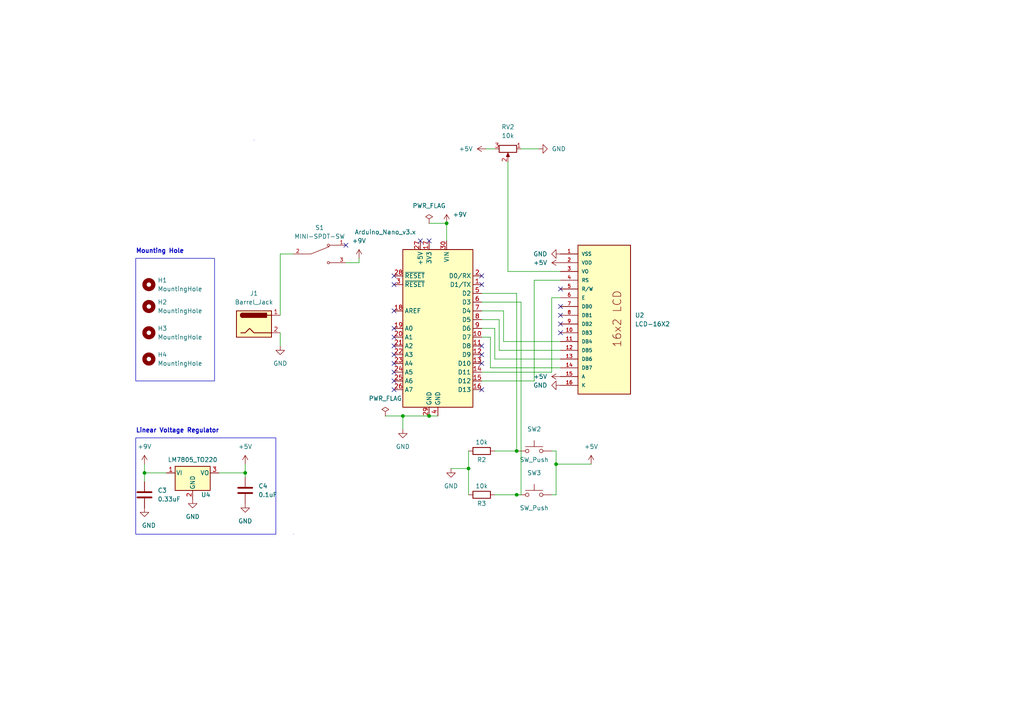
<source format=kicad_sch>
(kicad_sch (version 20230121) (generator eeschema)
  (paper "A4")
  (title_block (title "project team 10") (date "2023-10-25") (rev "1.0") (company "Portland state university "))
  (lib_symbols
    (symbol "Connector:Barrel_Jack" (pin_names (offset 1.016))
      (property "Reference" "J" (at 0 5.334 0))
      (property "Value" "Barrel_Jack" (at 0 -5.08 0))
      (symbol "Barrel_Jack_0_1"
        (rectangle (start -5.08 3.81) (end 5.08 -3.81) (stroke (width 0.254)) (fill (type background)))
        (arc (start -3.302 3.175) (mid -3.9343 2.54) (end -3.302 1.905) (stroke (width 0.254)))
        (arc (start -3.302 3.175) (mid -3.9343 2.54) (end -3.302 1.905) (stroke (width 0.254)) (fill (type outline)))
        (polyline (pts (xy 5.08 2.54) (xy 3.81 2.54)) (stroke (width 0.254)))
        (polyline (pts (xy -3.81 -2.54) (xy -2.54 -2.54) (xy -1.27 -1.27) (xy 0 -2.54) (xy 2.54 -2.54) (xy 5.08 -2.54)) (stroke (width 0.254)))
        (rectangle (start 3.683 3.175) (end -3.302 1.905) (stroke (width 0.254)) (fill (type outline)))
      )
      (symbol "Barrel_Jack_1_1"
        (pin passive line (at 7.62 2.54 180) (length 2.54) (name "~") (number "1"))
        (pin passive line (at 7.62 -2.54 180) (length 2.54) (name "~") (number "2"))
      )
    )
    (symbol "Device:C" (pin_numbers hide) (pin_names (offset 0.254))
      (property "Reference" "C" (at 0.635 2.54 0))
      (property "Value" "C" (at 0.635 -2.54 0))
      (symbol "C_0_1"
        (polyline (pts (xy -2.032 -0.762) (xy 2.032 -0.762)) (stroke (width 0.508)))
        (polyline (pts (xy -2.032 0.762) (xy 2.032 0.762)) (stroke (width 0.508)))
      )
      (symbol "C_1_1"
        (pin passive line (at 0 3.81 270) (length 2.794) (name "~") (number "1"))
        (pin passive line (at 0 -3.81 90) (length 2.794) (name "~") (number "2"))
      )
    )
    (symbol "Device:R" (pin_numbers hide) (pin_names (offset 0))
      (property "Reference" "R" (at 2.032 0 90))
      (property "Value" "R" (at 0 0 90))
      (symbol "R_0_1"
        (rectangle (start -1.016 -2.54) (end 1.016 2.54) (stroke (width 0.254)))
      )
      (symbol "R_1_1"
        (pin passive line (at 0 3.81 270) (length 1.27) (name "~") (number "1"))
        (pin passive line (at 0 -3.81 90) (length 1.27) (name "~") (number "2"))
      )
    )
    (symbol "Device:R_Potentiometer" (pin_names (offset 1.016) hide)
      (property "Reference" "RV" (at -4.445 0 90))
      (property "Value" "R_Potentiometer" (at -2.54 0 90))
      (symbol "R_Potentiometer_0_1"
        (polyline (pts (xy 2.54 0) (xy 1.524 0)))
        (polyline (pts (xy 1.143 0) (xy 2.286 0.508) (xy 2.286 -0.508) (xy 1.143 0)) (fill (type outline)))
        (rectangle (start 1.016 2.54) (end -1.016 -2.54) (stroke (width 0.254)))
      )
      (symbol "R_Potentiometer_1_1"
        (pin passive line (at 0 3.81 270) (length 1.27) (name "1") (number "1"))
        (pin passive line (at 3.81 0 180) (length 1.27) (name "2") (number "2"))
        (pin passive line (at 0 -3.81 90) (length 1.27) (name "3") (number "3"))
      )
    )
    (symbol "LCD-16X2:LCD-16X2" (pin_names (offset 1.016))
      (property "Reference" "U" (at -7.62 23.368 0))
      (property "Value" "LCD-16X2" (at -7.62 -22.86 0))
      (symbol "LCD-16X2_0_0"
        (rectangle (start -7.62 -20.32) (end 7.62 22.86) (stroke (width 0.254)) (fill (type background)))
        (text "16x2 LCD" (at 5.08 -6.858 900) (effects (font (size 2.286 2.286)) (justify left bottom)))
        (pin power_in line (at -12.7 20.32 0) (length 5.08) (name "VSS") (number "1"))
        (pin bidirectional line (at -12.7 -2.54 0) (length 5.08) (name "DB3") (number "10"))
        (pin bidirectional line (at -12.7 -5.08 0) (length 5.08) (name "DB4") (number "11"))
        (pin bidirectional line (at -12.7 -7.62 0) (length 5.08) (name "DB5") (number "12"))
        (pin bidirectional line (at -12.7 -10.16 0) (length 5.08) (name "DB6") (number "13"))
        (pin bidirectional line (at -12.7 -12.7 0) (length 5.08) (name "DB7") (number "14"))
        (pin power_in line (at -12.7 -15.24 0) (length 5.08) (name "A") (number "15"))
        (pin power_in line (at -12.7 -17.78 0) (length 5.08) (name "K") (number "16"))
        (pin power_in line (at -12.7 17.78 0) (length 5.08) (name "VDD") (number "2"))
        (pin bidirectional line (at -12.7 15.24 0) (length 5.08) (name "VO") (number "3"))
        (pin input line (at -12.7 12.7 0) (length 5.08) (name "RS") (number "4"))
        (pin input line (at -12.7 10.16 0) (length 5.08) (name "R/W") (number "5"))
        (pin input line (at -12.7 7.62 0) (length 5.08) (name "E") (number "6"))
        (pin bidirectional line (at -12.7 5.08 0) (length 5.08) (name "DB0") (number "7"))
        (pin bidirectional line (at -12.7 2.54 0) (length 5.08) (name "DB1") (number "8"))
        (pin bidirectional line (at -12.7 0 0) (length 5.08) (name "DB2") (number "9"))
      )
    )
    (symbol "MCU_Module:Arduino_Nano_v3.x"
      (property "Reference" "A" (at -10.16 23.495 0))
      (property "Value" "Arduino_Nano_v3.x" (at 5.08 -24.13 0))
      (symbol "Arduino_Nano_v3.x_0_1"
        (rectangle (start -10.16 22.86) (end 10.16 -22.86) (stroke (width 0.254)) (fill (type background)))
      )
      (symbol "Arduino_Nano_v3.x_1_1"
        (pin bidirectional line (at -12.7 12.7 0) (length 2.54) (name "D1/TX") (number "1"))
        (pin bidirectional line (at -12.7 -2.54 0) (length 2.54) (name "D7") (number "10"))
        (pin bidirectional line (at -12.7 -5.08 0) (length 2.54) (name "D8") (number "11"))
        (pin bidirectional line (at -12.7 -7.62 0) (length 2.54) (name "D9") (number "12"))
        (pin bidirectional line (at -12.7 -10.16 0) (length 2.54) (name "D10") (number "13"))
        (pin bidirectional line (at -12.7 -12.7 0) (length 2.54) (name "D11") (number "14"))
        (pin bidirectional line (at -12.7 -15.24 0) (length 2.54) (name "D12") (number "15"))
        (pin bidirectional line (at -12.7 -17.78 0) (length 2.54) (name "D13") (number "16"))
        (pin power_out line (at 2.54 25.4 270) (length 2.54) (name "3V3") (number "17"))
        (pin input line (at 12.7 5.08 180) (length 2.54) (name "AREF") (number "18"))
        (pin bidirectional line (at 12.7 0 180) (length 2.54) (name "A0") (number "19"))
        (pin bidirectional line (at -12.7 15.24 0) (length 2.54) (name "D0/RX") (number "2"))
        (pin bidirectional line (at 12.7 -2.54 180) (length 2.54) (name "A1") (number "20"))
        (pin bidirectional line (at 12.7 -5.08 180) (length 2.54) (name "A2") (number "21"))
        (pin bidirectional line (at 12.7 -7.62 180) (length 2.54) (name "A3") (number "22"))
        (pin bidirectional line (at 12.7 -10.16 180) (length 2.54) (name "A4") (number "23"))
        (pin bidirectional line (at 12.7 -12.7 180) (length 2.54) (name "A5") (number "24"))
        (pin bidirectional line (at 12.7 -15.24 180) (length 2.54) (name "A6") (number "25"))
        (pin bidirectional line (at 12.7 -17.78 180) (length 2.54) (name "A7") (number "26"))
        (pin power_out line (at 5.08 25.4 270) (length 2.54) (name "+5V") (number "27"))
        (pin input line (at 12.7 15.24 180) (length 2.54) (name "~{RESET}") (number "28"))
        (pin power_in line (at 2.54 -25.4 90) (length 2.54) (name "GND") (number "29"))
        (pin input line (at 12.7 12.7 180) (length 2.54) (name "~{RESET}") (number "3"))
        (pin power_in line (at -2.54 25.4 270) (length 2.54) (name "VIN") (number "30"))
        (pin power_in line (at 0 -25.4 90) (length 2.54) (name "GND") (number "4"))
        (pin bidirectional line (at -12.7 10.16 0) (length 2.54) (name "D2") (number "5"))
        (pin bidirectional line (at -12.7 7.62 0) (length 2.54) (name "D3") (number "6"))
        (pin bidirectional line (at -12.7 5.08 0) (length 2.54) (name "D4") (number "7"))
        (pin bidirectional line (at -12.7 2.54 0) (length 2.54) (name "D5") (number "8"))
        (pin bidirectional line (at -12.7 0 0) (length 2.54) (name "D6") (number "9"))
      )
    )
    (symbol "Mechanical:MountingHole" (pin_names (offset 1.016))
      (property "Reference" "H" (at 0 5.08 0))
      (property "Value" "MountingHole" (at 0 3.175 0))
      (symbol "MountingHole_0_1"
        (circle (center 0 0) (radius 1.27) (stroke (width 1.27)))
      )
    )
    (symbol "PCM_4ms_Power-symbol:+5V" (power) (pin_names (offset 0))
      (property "Value" "+5V" (at 0 3.556 0))
      (symbol "+5V_0_1"
        (polyline (pts (xy -0.762 1.27) (xy 0 2.54)))
        (polyline (pts (xy 0 0) (xy 0 2.54)))
        (polyline (pts (xy 0 2.54) (xy 0.762 1.27)))
      )
      (symbol "+5V_1_1"
        (pin power_in line (at 0 0 90) (length 0) hide (name "+5V") (number "1"))
      )
    )
    (symbol "PCM_4ms_Power-symbol:+9V" (power) (pin_names (offset 0))
      (property "Value" "+9V" (at 0 3.556 0))
      (symbol "+9V_0_1"
        (polyline (pts (xy -0.762 1.27) (xy 0 2.54)))
        (polyline (pts (xy 0 0) (xy 0 2.54)))
        (polyline (pts (xy 0 2.54) (xy 0.762 1.27)))
      )
      (symbol "+9V_1_1"
        (pin power_in line (at 0 0 90) (length 0) hide (name "+9V") (number "1"))
      )
    )
    (symbol "PCM_4ms_Power-symbol:GND" (power) (pin_names (offset 0))
      (property "Value" "GND" (at 0 -3.81 0))
      (symbol "GND_0_1"
        (polyline (pts (xy 0 0) (xy 0 -1.27) (xy 1.27 -1.27) (xy 0 -2.54) (xy -1.27 -1.27) (xy 0 -1.27)))
      )
      (symbol "GND_1_1"
        (pin power_in line (at 0 0 270) (length 0) hide (name "GND") (number "1"))
      )
    )
    (symbol "PCM_4ms_Power-symbol:PWR_FLAG" (power) (pin_numbers hide) (pin_names (offset 0) hide)
      (property "Value" "PWR_FLAG" (at 0 3.81 0))
      (symbol "PWR_FLAG_0_0"
        (pin power_out line (at 0 0 90) (length 0) (name "pwr") (number "1"))
      )
      (symbol "PWR_FLAG_0_1"
        (polyline (pts (xy 0 0) (xy 0 1.27) (xy -1.016 1.905) (xy 0 2.54) (xy 1.016 1.905) (xy 0 1.27)))
      )
    )
    (symbol "Regulator_Linear:LM7805_TO220" (pin_names (offset 0.254))
      (property "Reference" "U" (at -3.81 3.175 0))
      (property "Value" "LM7805_TO220" (at 0 3.175 0))
      (symbol "LM7805_TO220_0_1"
        (rectangle (start -5.08 1.905) (end 5.08 -5.08) (stroke (width 0.254)) (fill (type background)))
      )
      (symbol "LM7805_TO220_1_1"
        (pin power_in line (at -7.62 0 0) (length 2.54) (name "VI") (number "1"))
        (pin power_in line (at 0 -7.62 90) (length 2.54) (name "GND") (number "2"))
        (pin power_out line (at 7.62 0 180) (length 2.54) (name "VO") (number "3"))
      )
    )
    (symbol "SW_MINI_SPDT_SW:MINI-SPDT-SW" (pin_names (offset 1.016))
      (property "Reference" "S" (at -2.54 5.08 0))
      (property "Value" "MINI-SPDT-SW" (at -2.54 -5.08 0))
      (symbol "MINI-SPDT-SW_0_0"
        (polyline (pts (xy -2.54 0) (xy -5.08 0)) (stroke (width 0.1524)))
        (polyline (pts (xy -2.54 0) (xy 2.794 2.1336)) (stroke (width 0.1524)))
        (polyline (pts (xy 5.08 -2.54) (xy 2.921 -2.54)) (stroke (width 0.1524)))
        (polyline (pts (xy 5.08 2.54) (xy 2.921 2.54)) (stroke (width 0.1524)))
        (circle (center 2.54 -2.54) (radius 0.3302) (stroke (width 0.1524)))
        (circle (center 2.54 2.54) (radius 0.3302) (stroke (width 0.1524)))
        (pin passive line (at 7.62 2.54 180) (length 2.54) (name "~") (number "1"))
        (pin passive line (at -7.62 0 0) (length 2.54) (name "~") (number "2"))
        (pin passive line (at 7.62 -2.54 180) (length 2.54) (name "~") (number "3"))
      )
    )
    (symbol "Switch:SW_Push" (pin_numbers hide) (pin_names (offset 1.016) hide)
      (property "Reference" "SW" (at 1.27 2.54 0))
      (property "Value" "SW_Push" (at 0 -1.524 0))
      (symbol "SW_Push_0_1"
        (circle (center -2.032 0) (radius 0.508))
        (polyline (pts (xy 0 1.27) (xy 0 3.048)))
        (polyline (pts (xy 2.54 1.27) (xy -2.54 1.27)))
        (circle (center 2.032 0) (radius 0.508))
        (pin passive line (at -5.08 0 0) (length 2.54) (name "1") (number "1"))
        (pin passive line (at 5.08 0 180) (length 2.54) (name "2") (number "2"))
      )
    )
    (symbol "power:GND" (power) (pin_names (offset 0))
      (property "Value" "GND" (at 0 -3.81 0))
      (symbol "GND_0_1"
        (polyline (pts (xy 0 0) (xy 0 -1.27) (xy 1.27 -1.27) (xy 0 -2.54) (xy -1.27 -1.27) (xy 0 -1.27)))
      )
      (symbol "GND_1_1"
        (pin power_in line (at 0 0 270) (length 0) hide (name "GND") (number "1"))
      )
    )
    (symbol "power:PWR_FLAG" (power) (pin_numbers hide) (pin_names (offset 0) hide)
      (property "Value" "PWR_FLAG" (at 0 3.81 0))
      (symbol "PWR_FLAG_0_0"
        (pin power_out line (at 0 0 90) (length 0) (name "pwr") (number "1"))
      )
      (symbol "PWR_FLAG_0_1"
        (polyline (pts (xy 0 0) (xy 0 1.27) (xy -1.016 1.905) (xy 0 2.54) (xy 1.016 1.905) (xy 0 1.27)))
      )
    )
  )
  (junction (at 124.46 120.65))
  (junction (at 129.54 64.77))
  (junction (at 41.91 137.16))
  (junction (at 71.12 137.16))
  (junction (at 149.86 130.81))
  (junction (at 135.89 135.89))
  (junction (at 116.84 120.65))
  (junction (at 149.86 143.51))
  (junction (at 161.29 134.62))
  (no_connect (at 114.3 107.95))
  (no_connect (at 162.56 93.98))
  (no_connect (at 114.3 95.25))
  (no_connect (at 162.56 88.9))
  (no_connect (at 162.56 83.82))
  (no_connect (at 114.3 102.87))
  (no_connect (at 114.3 90.17))
  (no_connect (at 162.56 96.52))
  (no_connect (at 114.3 105.41))
  (no_connect (at 139.7 100.33))
  (no_connect (at 114.3 80.01))
  (no_connect (at 114.3 82.55))
  (no_connect (at 162.56 91.44))
  (no_connect (at 114.3 97.79))
  (no_connect (at 114.3 110.49))
  (no_connect (at 139.7 80.01))
  (no_connect (at 100.33 71.12))
  (no_connect (at 139.7 113.03))
  (no_connect (at 124.46 69.85))
  (no_connect (at 139.7 102.87))
  (no_connect (at 139.7 82.55))
  (no_connect (at 114.3 113.03))
  (no_connect (at 114.3 100.33))
  (no_connect (at 139.7 105.41))
  (no_connect (at 121.92 69.85))
  (wire (pts (xy 116.84 120.65) (xy 124.46 120.65)))
  (wire (pts (xy 139.7 87.63) (xy 151.13 87.63)))
  (wire (pts (xy 162.56 99.06) (xy 146.05 99.06)))
  (wire (pts (xy 81.28 73.66) (xy 85.09 73.66)))
  (wire (pts (xy 143.51 95.25) (xy 139.7 95.25)))
  (wire (pts (xy 41.91 134.62) (xy 41.91 137.16)))
  (wire (pts (xy 135.89 135.89) (xy 135.89 143.51)))
  (wire (pts (xy 142.24 106.68) (xy 142.24 97.79)))
  (wire (pts (xy 149.86 85.09) (xy 139.7 85.09)))
  (wire (pts (xy 162.56 106.68) (xy 142.24 106.68)))
  (wire (pts (xy 160.02 86.36) (xy 162.56 86.36)))
  (wire (pts (xy 124.46 120.65) (xy 127 120.65)))
  (wire (pts (xy 139.7 92.71) (xy 144.78 92.71)))
  (wire (pts (xy 143.51 143.51) (xy 149.86 143.51)))
  (wire (pts (xy 161.29 130.81) (xy 161.29 134.62)))
  (wire (pts (xy 124.46 64.77) (xy 129.54 64.77)))
  (wire (pts (xy 160.02 130.81) (xy 161.29 130.81)))
  (wire (pts (xy 140.97 43.18) (xy 143.51 43.18)))
  (wire (pts (xy 160.02 107.95) (xy 160.02 86.36)))
  (wire (pts (xy 143.51 130.81) (xy 149.86 130.81)))
  (wire (pts (xy 160.02 143.51) (xy 161.29 143.51)))
  (wire (pts (xy 151.13 143.51) (xy 149.86 143.51)))
  (wire (pts (xy 161.29 134.62) (xy 171.45 134.62)))
  (wire (pts (xy 41.91 137.16) (xy 41.91 139.7)))
  (wire (pts (xy 129.54 64.77) (xy 129.54 69.85)))
  (wire (pts (xy 142.24 97.79) (xy 139.7 97.79)))
  (wire (pts (xy 151.13 87.63) (xy 151.13 143.51)))
  (wire (pts (xy 143.51 104.14) (xy 143.51 95.25)))
  (wire (pts (xy 48.26 137.16) (xy 41.91 137.16)))
  (wire (pts (xy 130.81 135.89) (xy 135.89 135.89)))
  (wire (pts (xy 139.7 110.49) (xy 154.94 110.49)))
  (wire (pts (xy 154.94 81.28) (xy 162.56 81.28)))
  (wire (pts (xy 162.56 101.6) (xy 144.78 101.6)))
  (wire (pts (xy 135.89 130.81) (xy 135.89 135.89)))
  (wire (pts (xy 81.28 73.66) (xy 81.28 91.44)))
  (wire (pts (xy 149.86 85.09) (xy 149.86 130.81)))
  (wire (pts (xy 154.94 110.49) (xy 154.94 81.28)))
  (wire (pts (xy 116.84 120.65) (xy 116.84 124.46)))
  (wire (pts (xy 162.56 104.14) (xy 143.51 104.14)))
  (wire (pts (xy 147.32 78.74) (xy 162.56 78.74)))
  (wire (pts (xy 111.76 120.65) (xy 116.84 120.65)))
  (wire (pts (xy 139.7 107.95) (xy 160.02 107.95)))
  (wire (pts (xy 161.29 134.62) (xy 161.29 143.51)))
  (wire (pts (xy 104.14 74.93) (xy 104.14 76.2)))
  (wire (pts (xy 71.12 137.16) (xy 71.12 138.43)))
  (wire (pts (xy 144.78 101.6) (xy 144.78 92.71)))
  (wire (pts (xy 139.7 90.17) (xy 146.05 90.17)))
  (wire (pts (xy 151.13 43.18) (xy 156.21 43.18)))
  (wire (pts (xy 63.5 137.16) (xy 71.12 137.16)))
  (wire (pts (xy 71.12 134.62) (xy 71.12 137.16)))
  (wire (pts (xy 147.32 78.74) (xy 147.32 46.99)))
  (wire (pts (xy 81.28 96.52) (xy 81.28 100.33)))
  (wire (pts (xy 100.33 76.2) (xy 104.14 76.2)))
  (wire (pts (xy 146.05 99.06) (xy 146.05 90.17)))
  (rectangle (start 39.37 74.93) (end 62.23 110.49))
  (rectangle (start 85.09 154.94) (end 85.09 154.94))
  (rectangle (start 73.66 40.64) (end 73.66 40.64))
  (text_box "" (at 39.37 127 0) (size 40.64 27.94) (effects (font (size 1.27 1.27)) (justify left top)))
  (text "Linear Voltage Regulator " (at 39.37 125.73 0) (effects (font (size 1.27 1.27) bold) (justify left bottom)))
  (text "Mounting Hole " (at 39.37 73.66 0) (effects (font (size 1.27 1.27) (thickness 0.254) bold) (justify left bottom)))
  (symbol (lib_id "power:GND") (at 130.81 135.89 0) (unit 1)
    (property "Reference" "#PWR06" (effects hide))
    (property "Value" "GND" (at 130.81 140.97 0))
  )
  (symbol (lib_id "Mechanical:MountingHole") (at 43.18 82.55 0) (unit 1)
    (property "Reference" "H1" (at 45.72 81.28 0) (effects (justify left)))
    (property "Value" "MountingHole" (at 45.72 83.82 0) (effects (justify left)))
    (property "Footprint" "MountingHole:MountingHole_2.2mm_M2" (effects hide))
  )
  (symbol (lib_id "power:GND") (at 156.21 43.18 90) (unit 1)
    (property "Reference" "#PWR013" (effects hide))
    (property "Value" "GND" (at 160.02 43.18 90) (effects (justify right)))
  )
  (symbol (lib_id "LCD-16X2:LCD-16X2") (at 175.26 93.98 0) (unit 1)
    (property "Reference" "U2" (at 184.15 91.44 0) (effects (justify left)))
    (property "Value" "LCD-16X2" (at 184.15 93.98 0) (effects (justify left)))
    (property "Footprint" "Display:WC1602A" (effects hide))
    (property "MF" "Gravitech" (effects hide))
    (property "MAXIMUM_PACKAGE_HEIGHT" "14 mm" (effects hide))
    (property "Package" "None" (effects hide))
    (property "Price" "None" (effects hide))
    (property "Check_prices" "https://www.snapeda.com/parts/LCD-16X2/Gravitech/view-part/?ref=eda" (effects hide))
    (property "STANDARD" "Manufacturer Recommendations" (effects hide))
    (property "PARTREV" "N/A" (effects hide))
    (property "SnapEDA_Link" "https://www.snapeda.com/parts/LCD-16X2/Gravitech/view-part/?ref=snap" (effects hide))
    (property "MP" "LCD-16X2" (effects hide))
    (property "Description" "\nDisplay Development Tools 16x2 Black on Green Char LCD w Backlight\n" (effects hide))
    (property "Availability" "Not in stock" (effects hide))
    (property "MANUFACTURER" "Gravitech" (effects hide))
  )
  (symbol (lib_id "power:GND") (at 81.28 100.33 0) (unit 1)
    (property "Reference" "#PWR05" (effects hide))
    (property "Value" "GND" (at 81.28 105.41 0))
  )
  (symbol (lib_id "Device:C") (at 71.12 142.24 0) (unit 1)
    (property "Reference" "C4" (at 74.93 140.97 0) (effects (justify left)))
    (property "Value" "0.1uF" (at 74.93 143.51 0) (effects (justify left)))
    (property "Footprint" "Capacitor_THT:C_Disc_D3.0mm_W2.0mm_P2.50mm" (effects hide))
  )
  (symbol (lib_id "Switch:SW_Push") (at 154.94 143.51 0) (unit 1)
    (property "Reference" "SW3" (at 154.94 137.16 0))
    (property "Value" "SW_Push" (at 154.94 147.32 0))
    (property "Footprint" "Button_Switch_THT:SW_PUSH_6mm_H5mm" (effects hide))
  )
  (symbol (lib_id "power:GND") (at 55.88 144.78 0) (unit 1)
    (property "Reference" "#PWR011" (effects hide))
    (property "Value" "GND" (at 55.88 149.86 0))
  )
  (symbol (lib_id "Switch:SW_Push") (at 154.94 130.81 0) (unit 1)
    (property "Reference" "SW2" (at 154.94 124.46 0))
    (property "Value" "SW_Push" (at 154.94 133.35 0))
    (property "Footprint" "Button_Switch_THT:SW_PUSH_6mm_H5mm" (effects hide))
  )
  (symbol (lib_id "PCM_4ms_Power-symbol:+5V") (at 71.12 134.62 0) (unit 1)
    (property "Reference" "#PWR04" (effects hide))
    (property "Value" "+5V" (at 71.12 129.54 0))
  )
  (symbol (lib_id "Mechanical:MountingHole") (at 43.18 104.14 0) (unit 1)
    (property "Reference" "H4" (at 45.72 102.87 0) (effects (justify left)))
    (property "Value" "MountingHole" (at 45.72 105.41 0) (effects (justify left)))
    (property "Footprint" "MountingHole:MountingHole_2.2mm_M2" (effects hide))
  )
  (symbol (lib_id "Mechanical:MountingHole") (at 43.18 88.9 0) (unit 1)
    (property "Reference" "H2" (at 45.72 87.63 0) (effects (justify left)))
    (property "Value" "MountingHole" (at 45.72 90.17 0) (effects (justify left)))
    (property "Footprint" "MountingHole:MountingHole_2.2mm_M2" (effects hide))
  )
  (symbol (lib_id "power:GND") (at 41.91 147.32 0) (unit 1)
    (property "Reference" "#PWR010" (effects hide))
    (property "Value" "GND" (at 43.18 152.4 0))
  )
  (symbol (lib_id "power:GND") (at 162.56 111.76 270) (unit 1)
    (property "Reference" "#PWR018" (effects hide))
    (property "Value" "GND" (at 158.75 111.76 90) (effects (justify right)))
  )
  (symbol (lib_id "PCM_4ms_Power-symbol:PWR_FLAG") (at 111.76 120.65 0) (unit 1)
    (property "Reference" "#FLG02" (effects hide))
    (property "Value" "PWR_FLAG" (at 111.76 115.57 0))
  )
  (symbol (lib_id "Device:C") (at 41.91 143.51 0) (unit 1)
    (property "Reference" "C3" (at 45.72 142.24 0) (effects (justify left)))
    (property "Value" "0.33uF" (at 45.72 144.78 0) (effects (justify left)))
    (property "Footprint" "Capacitor_THT:C_Disc_D3.0mm_W2.0mm_P2.50mm" (effects hide))
  )
  (symbol (lib_id "PCM_4ms_Power-symbol:+9V") (at 41.91 134.62 0) (unit 1)
    (property "Reference" "#PWR03" (effects hide))
    (property "Value" "+9V" (at 41.91 129.54 0))
  )
  (symbol (lib_id "Regulator_Linear:LM7805_TO220") (at 55.88 137.16 0) (unit 1)
    (property "Reference" "U4" (at 59.69 143.51 0))
    (property "Value" "LM7805_TO220" (at 55.88 133.35 0))
    (property "Footprint" "Package_TO_SOT_THT:TO-220-3_Vertical" (effects hide))
    (property "Datasheet" "https://www.onsemi.cn/PowerSolutions/document/MC7800-D.PDF" (effects hide))
  )
  (symbol (lib_id "MCU_Module:Arduino_Nano_v3.x") (at 127 95.25 0) (mirror y) (unit 1)
    (property "Reference" "A2" (effects hide))
    (property "Value" "Arduino_Nano_v3.x" (at 120.65 67.31 0) (effects (justify left)))
    (property "Footprint" "Module:Arduino_Nano" (effects hide))
    (property "Datasheet" "http://www.mouser.com/pdfdocs/Gravitech_Arduino_Nano3_0.pdf" (effects hide))
  )
  (symbol (lib_id "power:GND") (at 162.56 73.66 270) (unit 1)
    (property "Reference" "#PWR014" (effects hide))
    (property "Value" "GND" (at 158.75 73.66 90) (effects (justify right)))
  )
  (symbol (lib_id "PCM_4ms_Power-symbol:+9V") (at 104.14 74.93 0) (unit 1)
    (property "Reference" "#PWR02" (effects hide))
    (property "Value" "+9V" (at 104.14 69.85 0))
  )
  (symbol (lib_id "PCM_4ms_Power-symbol:+9V") (at 129.54 64.77 0) (unit 1)
    (property "Reference" "#PWR01" (effects hide))
    (property "Value" "+9V" (at 133.35 62.23 0))
  )
  (symbol (lib_id "PCM_4ms_Power-symbol:+5V") (at 140.97 43.18 90) (unit 1)
    (property "Reference" "#PWR08" (effects hide))
    (property "Value" "+5V" (at 137.16 43.18 90) (effects (justify left)))
  )
  (symbol (lib_id "Device:R") (at 139.7 143.51 90) (unit 1)
    (property "Reference" "R3" (at 139.7 146.05 90))
    (property "Value" "10k" (at 139.7 140.97 90))
    (property "Footprint" "Resistor_THT:R_Axial_DIN0207_L6.3mm_D2.5mm_P15.24mm_Horizontal" (effects hide))
  )
  (symbol (lib_id "PCM_4ms_Power-symbol:+5V") (at 162.56 109.22 90) (unit 1)
    (property "Reference" "#PWR017" (effects hide))
    (property "Value" "+5V" (at 158.75 109.22 90) (effects (justify left)))
  )
  (symbol (lib_id "Mechanical:MountingHole") (at 43.18 96.52 0) (unit 1)
    (property "Reference" "H3" (at 45.72 95.25 0) (effects (justify left)))
    (property "Value" "MountingHole" (at 45.72 97.79 0) (effects (justify left)))
    (property "Footprint" "MountingHole:MountingHole_2.2mm_M2" (effects hide))
  )
  (symbol (lib_id "power:GND") (at 71.12 146.05 0) (unit 1)
    (property "Reference" "#PWR012" (effects hide))
    (property "Value" "GND" (at 71.12 151.13 0))
  )
  (symbol (lib_id "PCM_4ms_Power-symbol:+5V") (at 171.45 134.62 0) (unit 1)
    (property "Reference" "#PWR09" (effects hide))
    (property "Value" "+5V" (at 171.45 129.54 0))
  )
  (symbol (lib_id "power:PWR_FLAG") (at 124.46 64.77 0) (unit 1)
    (property "Reference" "#FLG01" (effects hide))
    (property "Value" "PWR_FLAG" (at 124.46 59.69 0))
  )
  (symbol (lib_id "PCM_4ms_Power-symbol:GND") (at 116.84 124.46 0) (unit 1)
    (property "Reference" "#PWR015" (effects hide))
    (property "Value" "GND" (at 116.84 129.54 0))
  )
  (symbol (lib_id "Device:R") (at 139.7 130.81 90) (unit 1)
    (property "Reference" "R2" (at 139.7 133.35 90))
    (property "Value" "10k" (at 139.7 128.27 90))
    (property "Footprint" "Resistor_THT:R_Axial_DIN0207_L6.3mm_D2.5mm_P15.24mm_Horizontal" (effects hide))
  )
  (symbol (lib_id "SW_MINI_SPDT_SW:MINI-SPDT-SW") (at 92.71 73.66 0) (unit 1)
    (property "Reference" "S1" (at 92.71 66.04 0))
    (property "Value" "MINI-SPDT-SW" (at 92.71 68.58 0))
    (property "Footprint" "ECE_411:SW_MINI-SPDT-SW" (effects hide))
    (property "MF" "Gravitech" (effects hide))
    (property "Description" "\nSlide Switches MINI SPDT SWITCH\n" (effects hide))
    (property "Package" "None" (effects hide))
    (property "Price" "None" (effects hide))
    (property "Check_prices" "https://www.snapeda.com/parts/MINI-SPDT-SW/Gravitech/view-part/?ref=eda" (effects hide))
    (property "STANDARD" "Manufacturer Recommendations" (effects hide))
    (property "PARTREV" "C" (effects hide))
    (property "SnapEDA_Link" "https://www.snapeda.com/parts/MINI-SPDT-SW/Gravitech/view-part/?ref=snap" (effects hide))
    (property "MP" "MINI-SPDT-SW" (effects hide))
    (property "Availability" "In Stock" (effects hide))
    (property "MANUFACTURER" "GRAVITECH" (effects hide))
  )
  (symbol (lib_id "PCM_4ms_Power-symbol:+5V") (at 162.56 76.2 90) (unit 1)
    (property "Reference" "#PWR016" (effects hide))
    (property "Value" "+5V" (at 158.75 76.2 90) (effects (justify left)))
  )
  (symbol (lib_id "Connector:Barrel_Jack") (at 73.66 93.98 0) (unit 1)
    (property "Reference" "J1" (at 73.66 85.09 0))
    (property "Value" "Barrel_Jack" (at 73.66 87.63 0))
    (property "Footprint" "Connector_BarrelJack:BarrelJack_Horizontal" (effects hide))
  )
  (symbol (lib_id "Device:R_Potentiometer") (at 147.32 43.18 270) (unit 1)
    (property "Reference" "RV2" (at 147.32 36.83 90))
    (property "Value" "10k" (at 147.32 39.37 90))
    (property "Footprint" "Potentiometer_THT:Potentiometer_Bourns_3296W_Vertical" (effects hide))
  )
)
</source>
